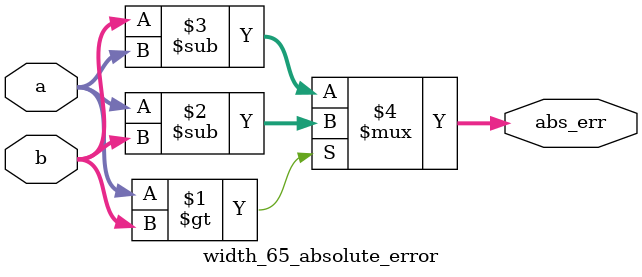
<source format=v>
module width_65_absolute_error(a, b, abs_err);
parameter _bit = 65;
input [_bit - 1: 0] a;
input [_bit - 1: 0] b;
output reg [_bit - 1: 0] abs_err;
assign abs_err = (a > b)? (a - b): (b - a);
endmodule

</source>
